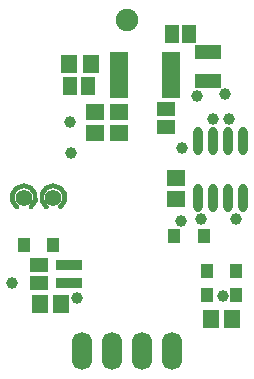
<source format=gbr>
%TF.GenerationSoftware,Altium Limited,Altium Designer,18.1.9 (240)*%
G04 Layer_Color=16711935*
%FSLAX45Y45*%
%MOMM*%
%TF.FileFunction,Soldermask,Bot*%
%TF.Part,Single*%
G01*
G75*
%TA.AperFunction,NonConductor*%
%ADD35C,0.45400*%
%TA.AperFunction,SMDPad,CuDef*%
%ADD36O,0.80320X2.40320*%
%ADD37R,2.30320X0.90320*%
%ADD38O,1.72720X3.20320*%
%ADD39R,1.00320X1.20320*%
%ADD40R,2.20320X1.20320*%
%ADD41R,1.60320X1.30320*%
%ADD42R,1.40320X1.60320*%
%ADD43R,1.30320X1.60320*%
%ADD44R,1.60320X1.40320*%
%ADD45R,1.60020X0.63500*%
%TA.AperFunction,ComponentPad*%
%ADD46C,1.40320*%
%TA.AperFunction,ViaPad*%
%ADD47C,1.00320*%
%ADD48C,1.90320*%
D35*
X285000Y1445000D02*
G03*
X165000Y1445000I-60000J80000D01*
G01*
X535000D02*
G03*
X415000Y1445000I-60000J80000D01*
G01*
D36*
X1699500Y2002847D02*
D03*
X1826500D02*
D03*
X1953500D02*
D03*
X2080500D02*
D03*
X1699500Y1522847D02*
D03*
X1826500D02*
D03*
X1953500D02*
D03*
X2080500D02*
D03*
D37*
X610000Y950000D02*
D03*
Y800000D02*
D03*
D38*
X1483000Y225000D02*
D03*
X1229000D02*
D03*
X975000D02*
D03*
X721000D02*
D03*
D39*
X1500000Y1200000D02*
D03*
X1750000D02*
D03*
X1775000Y700000D02*
D03*
X2025000D02*
D03*
X1775000Y900000D02*
D03*
X2025000D02*
D03*
X475000Y1125000D02*
D03*
X225000D02*
D03*
D40*
X1784200Y2760001D02*
D03*
Y2510001D02*
D03*
D41*
X350000Y950000D02*
D03*
Y800000D02*
D03*
X1425000Y2275000D02*
D03*
Y2125000D02*
D03*
D42*
X1810000Y500000D02*
D03*
X1990000D02*
D03*
X360000Y625000D02*
D03*
X540000D02*
D03*
X610001Y2659367D02*
D03*
X790000D02*
D03*
D43*
X1627058Y2912500D02*
D03*
X1477058D02*
D03*
X615000Y2472847D02*
D03*
X765000D02*
D03*
D44*
X1030000Y2252847D02*
D03*
Y2072847D02*
D03*
X830000Y2072847D02*
D03*
Y2252847D02*
D03*
X1516748Y1510000D02*
D03*
Y1690000D02*
D03*
D45*
X1031560Y2400287D02*
D03*
Y2466327D02*
D03*
Y2529827D02*
D03*
Y2595867D02*
D03*
Y2659367D02*
D03*
Y2725407D02*
D03*
X1468440D02*
D03*
Y2659367D02*
D03*
Y2595867D02*
D03*
Y2529827D02*
D03*
Y2466327D02*
D03*
Y2400287D02*
D03*
D46*
X225000Y1525000D02*
D03*
X475000D02*
D03*
D47*
X1567500Y1942500D02*
D03*
X1725000Y1340000D02*
D03*
X1908100Y691900D02*
D03*
X2025000Y1344499D02*
D03*
X625000Y1902847D02*
D03*
X125000Y800000D02*
D03*
X1555000Y1325000D02*
D03*
X675000Y675000D02*
D03*
X615000Y2167847D02*
D03*
X1924996Y2399995D02*
D03*
X1690000Y2382847D02*
D03*
X1825000Y2192847D02*
D03*
X1960000D02*
D03*
D48*
X1100000Y3025000D02*
D03*
%TF.MD5,b37eb3618e2ebcc25897cb30a95620ff*%
M02*

</source>
